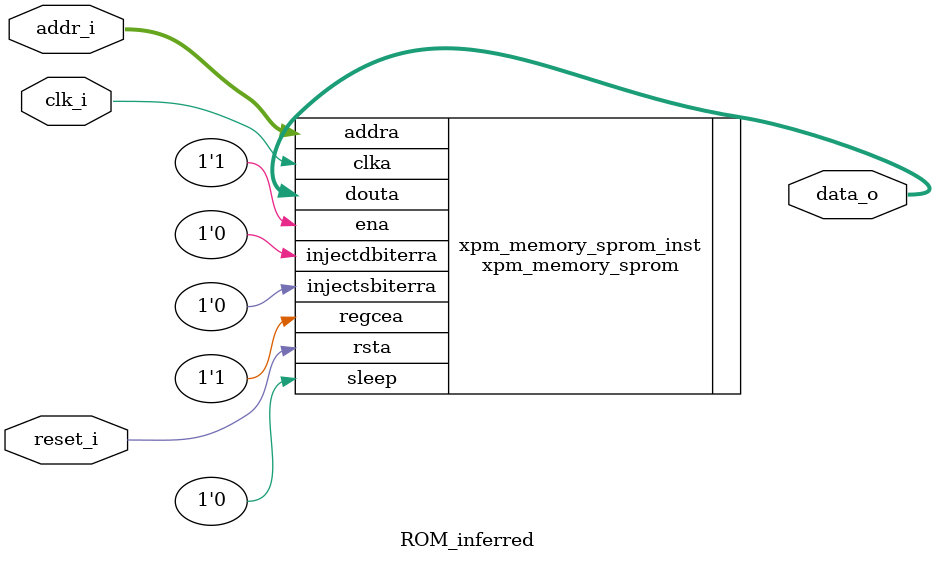
<source format=sv>
`timescale 1ns / 1ps
/**
Alex Knowlton
4/12/2023

Inferred block RAM using Xylinx Vivado. Wraps Vivado macro in drop-in replacement for previous ROM.
*/

module ROM_inferred #(
   parameter ADDR_WIDTH=3,
   parameter WORD_SIZE=8,
   parameter MEM_INIT="0_1_0.mif"
) (
   input logic [ADDR_WIDTH-1:0] addr_i,
   output logic [WORD_SIZE-1:0] data_o,
   input logic clk_i,
   input logic reset_i
);

   xpm_memory_sprom #(
      .ADDR_WIDTH_A(ADDR_WIDTH),              // DECIMAL
      .MEMORY_INIT_FILE(MEM_INIT),     // String
      .MEMORY_OPTIMIZATION("true"),  // String
      .MEMORY_PRIMITIVE("block"),     // String
      .MEMORY_SIZE((2**ADDR_WIDTH)*WORD_SIZE),            // DECIMAL
      .MESSAGE_CONTROL(0),           // DECIMAL
      .READ_DATA_WIDTH_A(WORD_SIZE),        // DECIMAL
      .READ_LATENCY_A(1),            // DECIMAL
      .READ_RESET_VALUE_A("0"),      // String
      .RST_MODE_A("SYNC"),           // String
      .SIM_ASSERT_CHK(0),            // DECIMAL; 0=disable simulation messages, 1=enable simulation messages
      .USE_MEM_INIT(1),              // DECIMAL
      .USE_MEM_INIT_MMI(0),          // DECIMAL
      .WAKEUP_TIME("disable_sleep")  // String
   )
   xpm_memory_sprom_inst (
      .douta(data_o),                   // READ_DATA_WIDTH_A-bit output: Data output for port A read operations.
      .addra(addr_i),                   // ADDR_WIDTH_A-bit input: Address for port A read operations.
      .clka(clk_i),                     // 1-bit input: Clock signal for port A.
      .ena(1'b1),                       // 1-bit input: Memory enable signal for port A. Must be high on clock
                                       // cycles when read operations are initiated. Pipelined internally.
      .rsta(reset_i),                     // 1-bit input: Reset signal for the final port A output register stage.
                                       // Synchronously resets output port douta to the value specified by
                                       // parameter READ_RESET_VALUE_A.
      .injectsbiterra(1'b0),
      .injectdbiterra(1'b0),
      .regcea(1'b1),
      .sleep(1'b0)
);

endmodule
</source>
